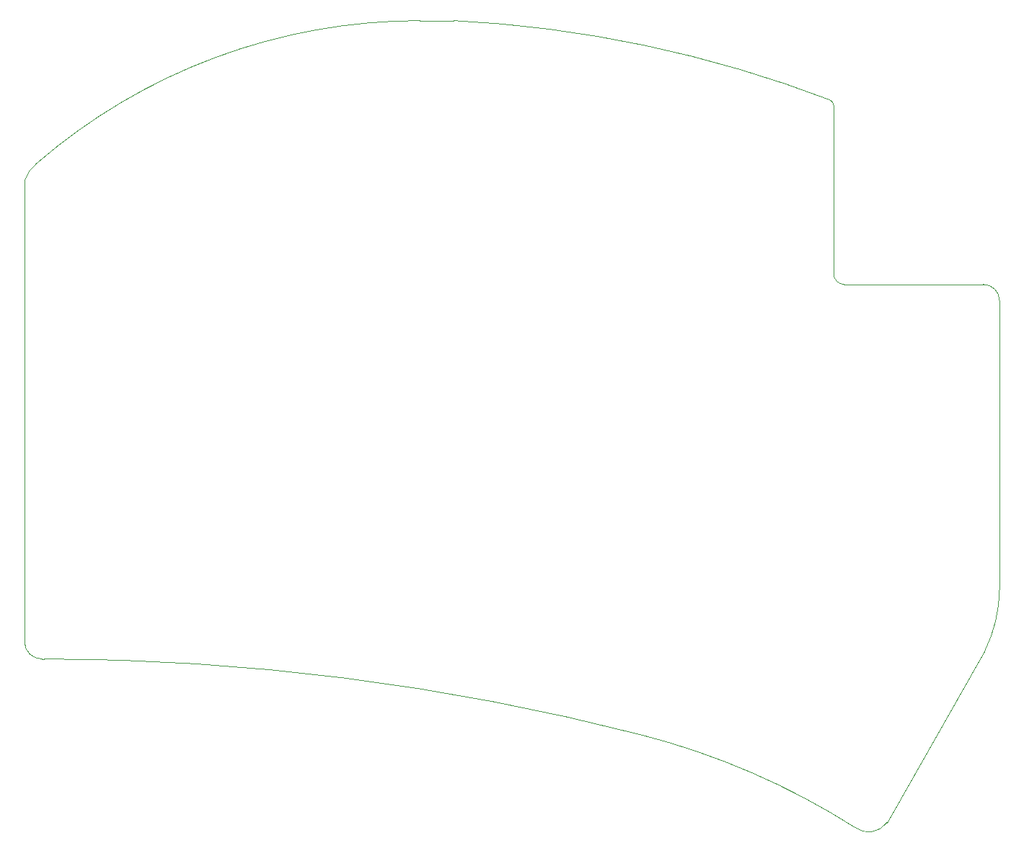
<source format=gm1>
G04 #@! TF.GenerationSoftware,KiCad,Pcbnew,7.0.5*
G04 #@! TF.CreationDate,2023-06-20T22:03:51+01:00*
G04 #@! TF.ProjectId,adam-m-rounded,6164616d-2d6d-42d7-926f-756e6465642e,rev?*
G04 #@! TF.SameCoordinates,Original*
G04 #@! TF.FileFunction,Profile,NP*
%FSLAX46Y46*%
G04 Gerber Fmt 4.6, Leading zero omitted, Abs format (unit mm)*
G04 Created by KiCad (PCBNEW 7.0.5) date 2023-06-20 22:03:51*
%MOMM*%
%LPD*%
G01*
G04 APERTURE LIST*
G04 #@! TA.AperFunction,Profile*
%ADD10C,0.050000*%
G04 #@! TD*
G04 APERTURE END LIST*
D10*
X186100196Y-152736648D02*
G75*
G03*
X189832169Y-152137949I1570004J2144348D01*
G01*
X183585202Y-67911684D02*
G75*
G03*
X183150415Y-67231154I-750002J-16D01*
G01*
X201141170Y-88900000D02*
X184785000Y-88900000D01*
X90889706Y-132915062D02*
X90615172Y-132912601D01*
X203046170Y-90805000D02*
X203046170Y-124686684D01*
X88580218Y-130981681D02*
G75*
G03*
X90615172Y-132912600I1999982J69981D01*
G01*
X203046200Y-90805000D02*
G75*
G03*
X201141170Y-88900000I-1905000J0D01*
G01*
X160919878Y-141822818D02*
G75*
G03*
X90889711Y-132912697I-70310078J-272950182D01*
G01*
X138965397Y-57902188D02*
X134990170Y-57906684D01*
X183150413Y-67231158D02*
G75*
G03*
X138965397Y-57902188I-51477713J-134513342D01*
G01*
X88588029Y-76676004D02*
X88580171Y-130981683D01*
X90016785Y-74663550D02*
G75*
G03*
X88588029Y-76676004I2430915J-3239250D01*
G01*
X201283849Y-132052341D02*
X189832170Y-152137949D01*
X186100175Y-152736675D02*
G75*
G03*
X160919877Y-141822821I-46729975J-73310025D01*
G01*
X134990170Y-57906686D02*
G75*
G03*
X90016781Y-74663545I0J-68730004D01*
G01*
X201283860Y-132052347D02*
G75*
G03*
X203046169Y-124686684I-15055960J7495947D01*
G01*
X183580200Y-87630001D02*
G75*
G03*
X184785000Y-88900000I1237400J-32599D01*
G01*
X183580170Y-87630000D02*
X183585170Y-67911684D01*
M02*

</source>
